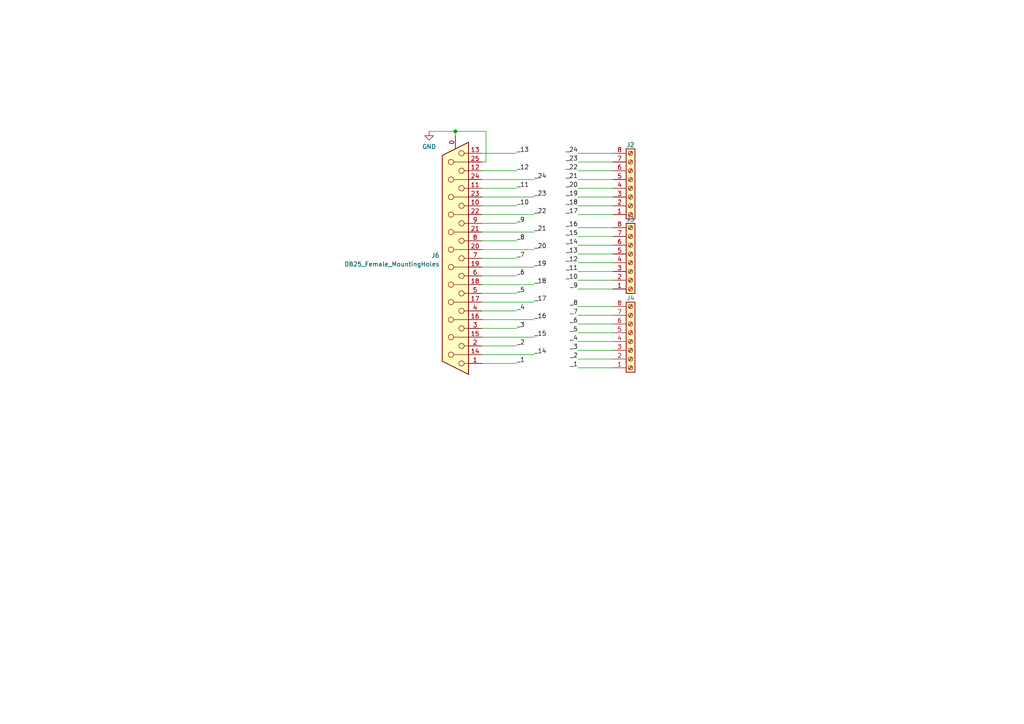
<source format=kicad_sch>
(kicad_sch (version 20211123) (generator eeschema)
  (paper "A4")
  (lib_symbols
    (symbol "Connector:DB25_Female_MountingHoles" (pin_names (offset 1.016) hide)
      (property "Reference" "J" (at 0 36.83 0))
      (property "Value" "DB25_Female_MountingHoles" (at 0 34.925 0))
      (symbol "DB25_Female_MountingHoles_0_1"
        (circle (center -1.778 -30.48) (radius 0.762))
        (circle (center -1.778 -25.4) (radius 0.762))
        (circle (center -1.778 -20.32) (radius 0.762))
        (circle (center -1.778 -15.24) (radius 0.762))
        (circle (center -1.778 -10.16) (radius 0.762))
        (circle (center -1.778 -5.08) (radius 0.762))
        (circle (center -1.778 0) (radius 0.762))
        (circle (center -1.778 5.08) (radius 0.762))
        (circle (center -1.778 10.16) (radius 0.762))
        (circle (center -1.778 15.24) (radius 0.762))
        (circle (center -1.778 20.32) (radius 0.762))
        (circle (center -1.778 25.4) (radius 0.762))
        (circle (center -1.778 30.48) (radius 0.762))
        (polyline (pts (xy -3.81 -30.48) (xy -2.54 -30.48)))
        (polyline (pts (xy -3.81 -27.94) (xy 0.508 -27.94)))
        (polyline (pts (xy -3.81 -25.4) (xy -2.54 -25.4)))
        (polyline (pts (xy -3.81 -22.86) (xy 0.508 -22.86)))
        (polyline (pts (xy -3.81 -20.32) (xy -2.54 -20.32)))
        (polyline (pts (xy -3.81 -17.78) (xy 0.508 -17.78)))
        (polyline (pts (xy -3.81 -15.24) (xy -2.54 -15.24)))
        (polyline (pts (xy -3.81 -12.7) (xy 0.508 -12.7)))
        (polyline (pts (xy -3.81 -10.16) (xy -2.54 -10.16)))
        (polyline (pts (xy -3.81 -7.62) (xy 0.508 -7.62)))
        (polyline (pts (xy -3.81 -5.08) (xy -2.54 -5.08)))
        (polyline (pts (xy -3.81 -2.54) (xy 0.508 -2.54)))
        (polyline (pts (xy -3.81 0) (xy -2.54 0)))
        (polyline (pts (xy -3.81 2.54) (xy 0.508 2.54)))
        (polyline (pts (xy -3.81 5.08) (xy -2.54 5.08)))
        (polyline (pts (xy -3.81 7.62) (xy 0.508 7.62)))
        (polyline (pts (xy -3.81 10.16) (xy -2.54 10.16)))
        (polyline (pts (xy -3.81 12.7) (xy 0.508 12.7)))
        (polyline (pts (xy -3.81 15.24) (xy -2.54 15.24)))
        (polyline (pts (xy -3.81 17.78) (xy 0.508 17.78)))
        (polyline (pts (xy -3.81 20.32) (xy -2.54 20.32)))
        (polyline (pts (xy -3.81 22.86) (xy 0.508 22.86)))
        (polyline (pts (xy -3.81 25.4) (xy -2.54 25.4)))
        (polyline (pts (xy -3.81 27.94) (xy 0.508 27.94)))
        (polyline (pts (xy -3.81 30.48) (xy -2.54 30.48)))
        (polyline (pts (xy -3.81 33.655) (xy 3.81 29.845) (xy 3.81 -29.845) (xy -3.81 -33.655) (xy -3.81 33.655)) (stroke (width 0.254)) (fill (type background)))
        (circle (center 1.27 -27.94) (radius 0.762))
        (circle (center 1.27 -22.86) (radius 0.762))
        (circle (center 1.27 -17.78) (radius 0.762))
        (circle (center 1.27 -12.7) (radius 0.762))
        (circle (center 1.27 -7.62) (radius 0.762))
        (circle (center 1.27 -2.54) (radius 0.762))
        (circle (center 1.27 2.54) (radius 0.762))
        (circle (center 1.27 7.62) (radius 0.762))
        (circle (center 1.27 12.7) (radius 0.762))
        (circle (center 1.27 17.78) (radius 0.762))
        (circle (center 1.27 22.86) (radius 0.762))
        (circle (center 1.27 27.94) (radius 0.762))
      )
      (symbol "DB25_Female_MountingHoles_1_1"
        (pin passive line (at 0 -35.56 90) (length 3.81) (name "PAD") (number "0"))
        (pin passive line (at -7.62 30.48 0) (length 3.81) (name "1") (number "1"))
        (pin passive line (at -7.62 -15.24 0) (length 3.81) (name "10") (number "10"))
        (pin passive line (at -7.62 -20.32 0) (length 3.81) (name "11") (number "11"))
        (pin passive line (at -7.62 -25.4 0) (length 3.81) (name "12") (number "12"))
        (pin passive line (at -7.62 -30.48 0) (length 3.81) (name "13") (number "13"))
        (pin passive line (at -7.62 27.94 0) (length 3.81) (name "P14") (number "14"))
        (pin passive line (at -7.62 22.86 0) (length 3.81) (name "P15") (number "15"))
        (pin passive line (at -7.62 17.78 0) (length 3.81) (name "P16") (number "16"))
        (pin passive line (at -7.62 12.7 0) (length 3.81) (name "P17") (number "17"))
        (pin passive line (at -7.62 7.62 0) (length 3.81) (name "P18") (number "18"))
        (pin passive line (at -7.62 2.54 0) (length 3.81) (name "P19") (number "19"))
        (pin passive line (at -7.62 25.4 0) (length 3.81) (name "2") (number "2"))
        (pin passive line (at -7.62 -2.54 0) (length 3.81) (name "P20") (number "20"))
        (pin passive line (at -7.62 -7.62 0) (length 3.81) (name "P21") (number "21"))
        (pin passive line (at -7.62 -12.7 0) (length 3.81) (name "P22") (number "22"))
        (pin passive line (at -7.62 -17.78 0) (length 3.81) (name "P23") (number "23"))
        (pin passive line (at -7.62 -22.86 0) (length 3.81) (name "P24") (number "24"))
        (pin passive line (at -7.62 -27.94 0) (length 3.81) (name "P25") (number "25"))
        (pin passive line (at -7.62 20.32 0) (length 3.81) (name "3") (number "3"))
        (pin passive line (at -7.62 15.24 0) (length 3.81) (name "4") (number "4"))
        (pin passive line (at -7.62 10.16 0) (length 3.81) (name "5") (number "5"))
        (pin passive line (at -7.62 5.08 0) (length 3.81) (name "6") (number "6"))
        (pin passive line (at -7.62 0 0) (length 3.81) (name "7") (number "7"))
        (pin passive line (at -7.62 -5.08 0) (length 3.81) (name "8") (number "8"))
        (pin passive line (at -7.62 -10.16 0) (length 3.81) (name "9") (number "9"))
      )
    )
    (symbol "Connector:Screw_Terminal_01x08" (pin_names (offset 1.016) hide)
      (property "Reference" "J" (at 0 10.16 0))
      (property "Value" "Screw_Terminal_01x08" (at 0 -12.7 0))
      (symbol "Screw_Terminal_01x08_1_1"
        (rectangle (start -1.27 8.89) (end 1.27 -11.43) (stroke (width 0.254)) (fill (type background)))
        (circle (center 0 -10.16) (radius 0.635) (stroke (width 0.1524)))
        (circle (center 0 -7.62) (radius 0.635) (stroke (width 0.1524)))
        (circle (center 0 -5.08) (radius 0.635) (stroke (width 0.1524)))
        (circle (center 0 -2.54) (radius 0.635) (stroke (width 0.1524)))
        (polyline (pts (xy -0.5334 -9.8298) (xy 0.3302 -10.668)) (stroke (width 0.1524)))
        (polyline (pts (xy -0.5334 -7.2898) (xy 0.3302 -8.128)) (stroke (width 0.1524)))
        (polyline (pts (xy -0.5334 -4.7498) (xy 0.3302 -5.588)) (stroke (width 0.1524)))
        (polyline (pts (xy -0.5334 -2.2098) (xy 0.3302 -3.048)) (stroke (width 0.1524)))
        (polyline (pts (xy -0.5334 0.3302) (xy 0.3302 -0.508)) (stroke (width 0.1524)))
        (polyline (pts (xy -0.5334 2.8702) (xy 0.3302 2.032)) (stroke (width 0.1524)))
        (polyline (pts (xy -0.5334 5.4102) (xy 0.3302 4.572)) (stroke (width 0.1524)))
        (polyline (pts (xy -0.5334 7.9502) (xy 0.3302 7.112)) (stroke (width 0.1524)))
        (polyline (pts (xy -0.3556 -9.652) (xy 0.508 -10.4902)) (stroke (width 0.1524)))
        (polyline (pts (xy -0.3556 -7.112) (xy 0.508 -7.9502)) (stroke (width 0.1524)))
        (polyline (pts (xy -0.3556 -4.572) (xy 0.508 -5.4102)) (stroke (width 0.1524)))
        (polyline (pts (xy -0.3556 -2.032) (xy 0.508 -2.8702)) (stroke (width 0.1524)))
        (polyline (pts (xy -0.3556 0.508) (xy 0.508 -0.3302)) (stroke (width 0.1524)))
        (polyline (pts (xy -0.3556 3.048) (xy 0.508 2.2098)) (stroke (width 0.1524)))
        (polyline (pts (xy -0.3556 5.588) (xy 0.508 4.7498)) (stroke (width 0.1524)))
        (polyline (pts (xy -0.3556 8.128) (xy 0.508 7.2898)) (stroke (width 0.1524)))
        (circle (center 0 0) (radius 0.635) (stroke (width 0.1524)))
        (circle (center 0 2.54) (radius 0.635) (stroke (width 0.1524)))
        (circle (center 0 5.08) (radius 0.635) (stroke (width 0.1524)))
        (circle (center 0 7.62) (radius 0.635) (stroke (width 0.1524)))
        (pin passive line (at -5.08 7.62 0) (length 3.81) (name "Pin_1") (number "1"))
        (pin passive line (at -5.08 5.08 0) (length 3.81) (name "Pin_2") (number "2"))
        (pin passive line (at -5.08 2.54 0) (length 3.81) (name "Pin_3") (number "3"))
        (pin passive line (at -5.08 0 0) (length 3.81) (name "Pin_4") (number "4"))
        (pin passive line (at -5.08 -2.54 0) (length 3.81) (name "Pin_5") (number "5"))
        (pin passive line (at -5.08 -5.08 0) (length 3.81) (name "Pin_6") (number "6"))
        (pin passive line (at -5.08 -7.62 0) (length 3.81) (name "Pin_7") (number "7"))
        (pin passive line (at -5.08 -10.16 0) (length 3.81) (name "Pin_8") (number "8"))
      )
    )
    (symbol "power:GND" (power) (pin_names (offset 0))
      (property "Value" "GND" (at 0 -3.81 0))
      (symbol "GND_0_1"
        (polyline (pts (xy 0 0) (xy 0 -1.27) (xy 1.27 -1.27) (xy 0 -2.54) (xy -1.27 -1.27) (xy 0 -1.27)))
      )
      (symbol "GND_1_1"
        (pin power_in line (at 0 0 270) (length 0) hide (name "GND") (number "1"))
      )
    )
  )
  (junction (at 132.08 38.1))
  (wire (pts (xy 140.97 46.99) (xy 140.97 38.1)))
  (wire (pts (xy 139.7 85.09) (xy 149.86 85.09)))
  (wire (pts (xy 167.64 54.61) (xy 177.8 54.61)))
  (wire (pts (xy 167.64 62.23) (xy 177.8 62.23)))
  (wire (pts (xy 167.64 93.98) (xy 177.8 93.98)))
  (wire (pts (xy 139.7 90.17) (xy 149.86 90.17)))
  (wire (pts (xy 139.7 74.93) (xy 149.86 74.93)))
  (wire (pts (xy 167.64 104.14) (xy 177.8 104.14)))
  (wire (pts (xy 167.64 81.28) (xy 177.8 81.28)))
  (wire (pts (xy 139.7 72.39) (xy 154.94 72.39)))
  (wire (pts (xy 167.64 83.82) (xy 177.8 83.82)))
  (wire (pts (xy 139.7 87.63) (xy 154.94 87.63)))
  (wire (pts (xy 139.7 92.71) (xy 154.94 92.71)))
  (wire (pts (xy 167.64 59.69) (xy 177.8 59.69)))
  (wire (pts (xy 139.7 97.79) (xy 154.94 97.79)))
  (wire (pts (xy 132.08 38.1) (xy 132.08 39.37)))
  (wire (pts (xy 167.64 96.52) (xy 177.8 96.52)))
  (wire (pts (xy 167.64 57.15) (xy 177.8 57.15)))
  (wire (pts (xy 139.7 80.01) (xy 149.86 80.01)))
  (wire (pts (xy 140.97 38.1) (xy 132.08 38.1)))
  (wire (pts (xy 139.7 100.33) (xy 149.86 100.33)))
  (wire (pts (xy 139.7 46.99) (xy 140.97 46.99)))
  (wire (pts (xy 167.64 73.66) (xy 177.8 73.66)))
  (wire (pts (xy 139.7 57.15) (xy 154.94 57.15)))
  (wire (pts (xy 167.64 78.74) (xy 177.8 78.74)))
  (wire (pts (xy 167.64 52.07) (xy 177.8 52.07)))
  (wire (pts (xy 139.7 95.25) (xy 149.86 95.25)))
  (wire (pts (xy 167.64 44.45) (xy 177.8 44.45)))
  (wire (pts (xy 139.7 59.69) (xy 149.86 59.69)))
  (wire (pts (xy 167.64 88.9) (xy 177.8 88.9)))
  (wire (pts (xy 167.64 66.04) (xy 177.8 66.04)))
  (wire (pts (xy 139.7 105.41) (xy 149.86 105.41)))
  (wire (pts (xy 139.7 44.45) (xy 149.86 44.45)))
  (wire (pts (xy 139.7 82.55) (xy 154.94 82.55)))
  (wire (pts (xy 167.64 99.06) (xy 177.8 99.06)))
  (wire (pts (xy 167.64 68.58) (xy 177.8 68.58)))
  (wire (pts (xy 139.7 77.47) (xy 154.94 77.47)))
  (wire (pts (xy 139.7 62.23) (xy 154.94 62.23)))
  (wire (pts (xy 167.64 106.68) (xy 177.8 106.68)))
  (wire (pts (xy 139.7 54.61) (xy 149.86 54.61)))
  (wire (pts (xy 124.46 38.1) (xy 132.08 38.1)))
  (wire (pts (xy 139.7 64.77) (xy 149.86 64.77)))
  (wire (pts (xy 167.64 76.2) (xy 177.8 76.2)))
  (wire (pts (xy 167.64 101.6) (xy 177.8 101.6)))
  (wire (pts (xy 139.7 69.85) (xy 149.86 69.85)))
  (wire (pts (xy 167.64 91.44) (xy 177.8 91.44)))
  (wire (pts (xy 167.64 49.53) (xy 177.8 49.53)))
  (wire (pts (xy 167.64 71.12) (xy 177.8 71.12)))
  (wire (pts (xy 139.7 102.87) (xy 154.94 102.87)))
  (wire (pts (xy 167.64 46.99) (xy 177.8 46.99)))
  (wire (pts (xy 139.7 49.53) (xy 149.86 49.53)))
  (wire (pts (xy 139.7 52.07) (xy 154.94 52.07)))
  (wire (pts (xy 139.7 67.31) (xy 154.94 67.31)))
  (label "_22" (at 154.94 62.23 0))
  (label "_24" (at 167.64 44.45 180))
  (label "_19" (at 154.94 77.47 0))
  (label "_7" (at 149.86 74.93 0))
  (label "_17" (at 167.64 62.23 180))
  (label "_7" (at 167.64 91.44 180))
  (label "_20" (at 167.64 54.61 180))
  (label "_8" (at 167.64 88.9 180))
  (label "_24" (at 154.94 52.07 0))
  (label "_2" (at 149.86 100.33 0))
  (label "_5" (at 167.64 96.52 180))
  (label "_1" (at 167.64 106.68 180))
  (label "_21" (at 154.94 67.31 0))
  (label "_10" (at 149.86 59.69 0))
  (label "_3" (at 149.86 95.25 0))
  (label "_17" (at 154.94 87.63 0))
  (label "_10" (at 167.64 81.28 180))
  (label "_5" (at 149.86 85.09 0))
  (label "_13" (at 167.64 73.66 180))
  (label "_12" (at 167.64 76.2 180))
  (label "_19" (at 167.64 57.15 180))
  (label "_18" (at 154.94 82.55 0))
  (label "_21" (at 167.64 52.07 180))
  (label "_20" (at 154.94 72.39 0))
  (label "_8" (at 149.86 69.85 0))
  (label "_4" (at 149.86 90.17 0))
  (label "_6" (at 149.86 80.01 0))
  (label "_16" (at 154.94 92.71 0))
  (label "_13" (at 149.86 44.45 0))
  (label "_9" (at 167.64 83.82 180))
  (label "_18" (at 167.64 59.69 180))
  (label "_15" (at 167.64 68.58 180))
  (label "_23" (at 154.94 57.15 0))
  (label "_16" (at 167.64 66.04 180))
  (label "_12" (at 149.86 49.53 0))
  (label "_14" (at 167.64 71.12 180))
  (label "_1" (at 149.86 105.41 0))
  (label "_14" (at 154.94 102.87 0))
  (label "_3" (at 167.64 101.6 180))
  (label "_15" (at 154.94 97.79 0))
  (label "_6" (at 167.64 93.98 180))
  (label "_22" (at 167.64 49.53 180))
  (label "_11" (at 167.64 78.74 180))
  (label "_9" (at 149.86 64.77 0))
  (label "_11" (at 149.86 54.61 0))
  (label "_23" (at 167.64 46.99 180))
  (label "_4" (at 167.64 99.06 180))
  (label "_2" (at 167.64 104.14 180))
  (symbol (lib_id "Connector:Screw_Terminal_01x08") (at 182.88 54.61 0) (mirror x) (unit 1)
    (property "Reference" "J2" (at 182.88 42.0172 0))
    (property "Value" "Screw_Terminal_01x08" (effects hide))
    (property "Footprint" "TerminalBlock_Phoenix:TerminalBlock_Phoenix_MPT-0,5-8-2.54_1x08_P2.54mm_Horizontal" (effects hide))
  )
  (symbol (lib_id "Connector:DB25_Female_MountingHoles") (at 132.08 74.93 180) (unit 1)
    (property "Reference" "J6" (at 127.508 74.0953 0) (effects (justify left)))
    (property "Value" "DB25_Female_MountingHoles" (at 127.508 76.6322 0) (effects (justify left)))
    (property "Footprint" "Connector_Dsub:DSUB-25_Female_Horizontal_P2.77x2.84mm_EdgePinOffset7.70mm_Housed_MountingHolesOffset9.12mm" (effects hide))
    (property "Datasheet" " ~" (effects hide))
  )
  (symbol (lib_id "power:GND") (at 124.46 38.1 0) (unit 1)
    (property "Reference" "#PWR0101" (effects hide))
    (property "Value" "GND" (at 124.46 42.5434 0))
  )
  (symbol (lib_id "Connector:Screw_Terminal_01x08") (at 182.88 99.06 0) (mirror x) (unit 1)
    (property "Reference" "J4" (at 182.88 86.4672 0))
    (property "Value" "Screw_Terminal_01x08" (effects hide))
    (property "Footprint" "TerminalBlock_Phoenix:TerminalBlock_Phoenix_MPT-0,5-8-2.54_1x08_P2.54mm_Horizontal" (effects hide))
  )
  (symbol (lib_id "Connector:Screw_Terminal_01x08") (at 182.88 76.2 0) (mirror x) (unit 1)
    (property "Reference" "J3" (at 182.88 63.6072 0))
    (property "Value" "Screw_Terminal_01x08" (effects hide))
    (property "Footprint" "TerminalBlock_Phoenix:TerminalBlock_Phoenix_MPT-0,5-8-2.54_1x08_P2.54mm_Horizontal" (effects hide))
  )
)
</source>
